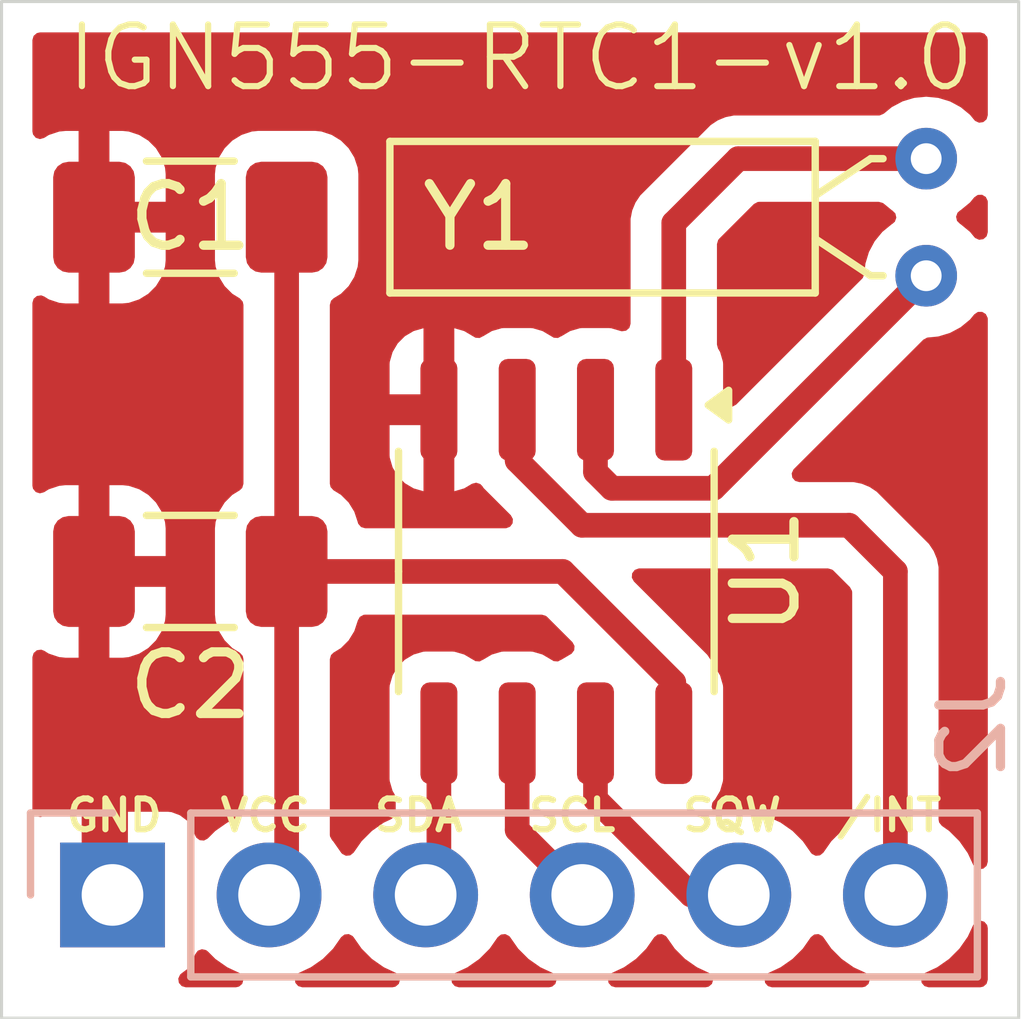
<source format=kicad_pcb>
(kicad_pcb (version 20240108) (generator "pcbnew") (generator_version "8.0")
  (layers (0 "F.Cu" signal) (31 "B.Cu" signal) (34 "B.Paste" user) (35 "F.Paste" user) (36 "B.SilkS" user "B.Silkscreen") (37 "F.SilkS" user "F.Silkscreen") (38 "B.Mask" user) (39 "F.Mask" user) (44 "Edge.Cuts" user))
  (net 0 "")
  (net 1 "{slash}INT")
  (net 2 "+5V")
  (net 3 "SCL")
  (net 4 "SDA")
  (net 5 "GND")
  (net 6 "SQW")
  (net 7 "Xin")
  (net 8 "Xout")
  (footprint "Crystal:Crystal_C26-LF_D2.1mm_L6.5mm_Horizontal" (layer "F.Cu") (at 155 46.05 -90)
    (property "Reference" "Y1" (at 0.95 7.25 0) (layer "F.SilkS"))
    (property "Value" "Crystal")
    (fp_line (start -0.28 8.7) (end 2.18 8.7) (stroke (width 0.12)) (layer "F.SilkS"))
    (fp_line (start 2.18 8.7) (end 2.18 1.8) (stroke (width 0.12)) (layer "F.SilkS"))
    (fp_line (start -0.28 1.8) (end -0.28 8.7) (stroke (width 0.12)) (layer "F.SilkS"))
    (fp_line (start 0.6 1.8) (end 0 0.9) (stroke (width 0.12)) (layer "F.SilkS"))
    (fp_line (start 1.3 1.8) (end 1.9 0.9) (stroke (width 0.12)) (layer "F.SilkS"))
    (fp_line (start 2.18 1.8) (end -0.28 1.8) (stroke (width 0.12)) (layer "F.SilkS"))
    (fp_line (start 0 0.9) (end 0 0.7) (stroke (width 0.12)) (layer "F.SilkS"))
    (fp_line (start 1.9 0.9) (end 1.9 0.7) (stroke (width 0.12)) (layer "F.SilkS"))
    (pad "1" thru_hole circle (at 0 0 270) (size 1 1) (drill 0.5) (layers "*.Cu" "*.Mask") (net 7 "Xin"))
    (pad "2" thru_hole circle (at 1.9 0 270) (size 1 1) (drill 0.5) (layers "*.Cu" "*.Mask") (net 8 "Xout"))
  )
  (footprint "Package_SO:SOP-8_3.9x4.9mm_P1.27mm" (layer "F.Cu") (at 149 52.75 -90)
    (property "Reference" "U1" (at 0 -3.4 90) (layer "F.SilkS"))
    (property "Value" "~")
    (fp_line (start 0 2.56) (end -1.95 2.56) (stroke (width 0.12)) (layer "F.SilkS"))
    (fp_line (start 0 2.56) (end 1.95 2.56) (stroke (width 0.12)) (layer "F.SilkS"))
    (fp_line (start 0 -2.56) (end -1.95 -2.56) (stroke (width 0.12)) (layer "F.SilkS"))
    (fp_line (start 0 -2.56) (end 1.95 -2.56) (stroke (width 0.12)) (layer "F.SilkS"))
    (fp_poly (pts (xy -2.7 -2.465) (xy -2.94 -2.795) (xy -2.46 -2.795) (xy -2.7 -2.465)) (stroke (width 0.12)) (fill solid) (layer "F.SilkS"))
    (pad "1" smd roundrect (at -2.625 -1.905 270) (size 1.65 0.6) (layers "F.Cu" "F.Paste" "F.Mask") (net 7 "Xin"))
    (pad "2" smd roundrect (at -2.625 -0.635 270) (size 1.65 0.6) (layers "F.Cu" "F.Paste" "F.Mask") (net 8 "Xout"))
    (pad "3" smd roundrect (at -2.625 0.635 270) (size 1.65 0.6) (layers "F.Cu" "F.Paste" "F.Mask") (net 1 "{slash}INT"))
    (pad "4" smd roundrect (at -2.625 1.905 270) (size 1.65 0.6) (layers "F.Cu" "F.Paste" "F.Mask") (net 5 "GND"))
    (pad "5" smd roundrect (at 2.625 1.905 270) (size 1.65 0.6) (layers "F.Cu" "F.Paste" "F.Mask") (net 4 "SDA"))
    (pad "6" smd roundrect (at 2.625 0.635 270) (size 1.65 0.6) (layers "F.Cu" "F.Paste" "F.Mask") (net 3 "SCL"))
    (pad "7" smd roundrect (at 2.625 -0.635 270) (size 1.65 0.6) (layers "F.Cu" "F.Paste" "F.Mask") (net 6 "SQW"))
    (pad "8" smd roundrect (at 2.625 -1.905 270) (size 1.65 0.6) (layers "F.Cu" "F.Paste" "F.Mask") (net 2 "+5V"))
  )
  (footprint "Capacitor_SMD:C_1206_3216Metric_Pad1.33x1.80mm_HandSolder" (layer "F.Cu") (at 143.0625 47 180)
    (property "Reference" "C1" (at 0 0 0) (layer "F.SilkS"))
    (property "Value" "100n")
    (fp_line (start -0.711252 0.91) (end 0.711252 0.91) (stroke (width 0.12)) (layer "F.SilkS"))
    (fp_line (start -0.711252 -0.91) (end 0.711252 -0.91) (stroke (width 0.12)) (layer "F.SilkS"))
    (pad "1" smd roundrect (at -1.5625 0 180) (size 1.325 1.8) (layers "F.Cu" "F.Paste" "F.Mask") (roundrect_rratio 0.188679) (net 2 "+5V"))
    (pad "2" smd roundrect (at 1.5625 0 180) (size 1.325 1.8) (layers "F.Cu" "F.Paste" "F.Mask") (roundrect_rratio 0.188679) (net 5 "GND"))
  )
  (footprint "Capacitor_SMD:C_1206_3216Metric_Pad1.33x1.80mm_HandSolder" (layer "F.Cu") (at 143.0625 52.75 180)
    (property "Reference" "C2" (at 0 -1.85 0) (layer "F.SilkS"))
    (property "Value" "10u")
    (fp_line (start -0.711252 0.91) (end 0.711252 0.91) (stroke (width 0.12)) (layer "F.SilkS"))
    (fp_line (start -0.711252 -0.91) (end 0.711252 -0.91) (stroke (width 0.12)) (layer "F.SilkS"))
    (pad "1" smd roundrect (at -1.5625 0 180) (size 1.325 1.8) (layers "F.Cu" "F.Paste" "F.Mask") (roundrect_rratio 0.188679) (net 2 "+5V"))
    (pad "2" smd roundrect (at 1.5625 0 180) (size 1.325 1.8) (layers "F.Cu" "F.Paste" "F.Mask") (roundrect_rratio 0.188679) (net 5 "GND"))
  )
  (footprint "Connector_PinHeader_2.54mm:PinHeader_1x06_P2.54mm_Vertical" (layer "B.Cu") (at 141.8 58 -90)
    (property "Reference" "J2" (at -2.75 -13.95 90) (layer "B.SilkS") (effects (justify mirror)))
    (property "Value" "Conn_01x06_Pin")
    (fp_line (start -1.33 1.33) (end -1.33 0) (stroke (width 0.12)) (layer "B.SilkS"))
    (fp_line (start 0 1.33) (end -1.33 1.33) (stroke (width 0.12)) (layer "B.SilkS"))
    (fp_line (start 1.33 -1.27) (end -1.33 -1.27) (stroke (width 0.12)) (layer "B.SilkS"))
    (fp_line (start -1.33 -14.03) (end -1.33 -1.27) (stroke (width 0.12)) (layer "B.SilkS"))
    (fp_line (start 1.33 -14.03) (end 1.33 -1.27) (stroke (width 0.12)) (layer "B.SilkS"))
    (fp_line (start 1.33 -14.03) (end -1.33 -14.03) (stroke (width 0.12)) (layer "B.SilkS"))
    (pad "1" thru_hole rect (at 0 0 270) (size 1.7 1.7) (drill 1) (layers "*.Cu" "*.Mask") (net 5 "GND"))
    (pad "2" thru_hole oval (at 0 -2.54 270) (size 1.7 1.7) (drill 1) (layers "*.Cu" "*.Mask") (net 2 "+5V"))
    (pad "3" thru_hole oval (at 0 -5.08 270) (size 1.7 1.7) (drill 1) (layers "*.Cu" "*.Mask") (net 4 "SDA"))
    (pad "4" thru_hole oval (at 0 -7.62 270) (size 1.7 1.7) (drill 1) (layers "*.Cu" "*.Mask") (net 3 "SCL"))
    (pad "5" thru_hole oval (at 0 -10.16 270) (size 1.7 1.7) (drill 1) (layers "*.Cu" "*.Mask") (net 6 "SQW"))
    (pad "6" thru_hole oval (at 0 -12.7 270) (size 1.7 1.7) (drill 1) (layers "*.Cu" "*.Mask") (net 1 "{slash}INT"))
  )
  (gr_rect (start 140 43.5) (end 156.5 60) (stroke (width 0.05)) (fill none) (layer "Edge.Cuts"))
  (gr_text "SCL\n" (at 148.5 57 0) (layer "F.SilkS") (effects (font (size 0.5 0.5) (thickness 0.1)) (justify left bottom)))
  (gr_text "IGN555-RTC1-v1.0\n" (at 141 45 0) (layer "F.SilkS") (effects (font (size 1 1) (thickness 0.1)) (justify left bottom)))
  (gr_text "GND\n" (at 141 57 0) (layer "F.SilkS") (effects (font (size 0.5 0.5) (thickness 0.1)) (justify left bottom)))
  (gr_text "/INT\n" (at 153.5 57 0) (layer "F.SilkS") (effects (font (size 0.5 0.5) (thickness 0.1)) (justify left bottom)))
  (gr_text "SQW\n" (at 151 57 0) (layer "F.SilkS") (effects (font (size 0.5 0.5) (thickness 0.1)) (justify left bottom)))
  (gr_text "SDA\n" (at 146 57 0) (layer "F.SilkS") (effects (font (size 0.5 0.5) (thickness 0.1)) (justify left bottom)))
  (gr_text "VCC\n" (at 143.5 57 0) (layer "F.SilkS") (effects (font (size 0.5 0.5) (thickness 0.1)) (justify left bottom)))
  (segment (start 154.5 52.75) (end 154.5 58) (width 0.4) (layer "F.Cu") (net 1))
  (segment (start 153.75 52) (end 154.5 52.75) (width 0.4) (layer "F.Cu") (net 1))
  (segment (start 148.365 50.125) (end 148.365 50.949999) (width 0.4) (layer "F.Cu") (net 1))
  (segment (start 148.365 50.949999) (end 149.415001 52) (width 0.4) (layer "F.Cu") (net 1))
  (segment (start 149.415001 52) (end 153.75 52) (width 0.4) (layer "F.Cu") (net 1))
  (segment (start 144.625 52.75) (end 149.104999 52.75) (width 0.4) (layer "F.Cu") (net 2))
  (segment (start 144.625 52.75) (end 144.625 47) (width 0.4) (layer "F.Cu") (net 2))
  (segment (start 144.625 52.75) (end 144.625 57.715) (width 0.4) (layer "F.Cu") (net 2))
  (segment (start 150.905 54.550001) (end 150.905 55.375) (width 0.4) (layer "F.Cu") (net 2))
  (segment (start 149.104999 52.75) (end 150.905 54.550001) (width 0.4) (layer "F.Cu") (net 2))
  (segment (start 144.625 57.715) (end 144.34 58) (width 0.4) (layer "F.Cu") (net 2))
  (segment (start 148.365 55.375) (end 148.365 56.945) (width 0.4) (layer "F.Cu") (net 3))
  (segment (start 148.365 56.945) (end 149.42 58) (width 0.4) (layer "F.Cu") (net 3))
  (segment (start 147.095 55.375) (end 147.095 57.785) (width 0.4) (layer "F.Cu") (net 4))
  (segment (start 147.095 57.785) (end 146.88 58) (width 0.4) (layer "F.Cu") (net 4))
  (segment (start 141.5 52.75) (end 141.5 57.7) (width 0.4) (layer "F.Cu") (net 5))
  (segment (start 141.5 57.7) (end 141.8 58) (width 0.4) (layer "F.Cu") (net 5))
  (segment (start 149.635 55.375) (end 149.635 56.447233) (width 0.4) (layer "F.Cu") (net 6))
  (segment (start 151.187767 58) (end 151.96 58) (width 0.4) (layer "F.Cu") (net 6))
  (segment (start 149.635 56.447233) (end 151.187767 58) (width 0.4) (layer "F.Cu") (net 6))
  (segment (start 150.905 50.125) (end 150.905 47.095) (width 0.4) (layer "F.Cu") (net 7))
  (segment (start 151.95 46.05) (end 155 46.05) (width 0.4) (layer "F.Cu") (net 7))
  (segment (start 150.905 47.095) (end 151.95 46.05) (width 0.4) (layer "F.Cu") (net 7))
  (segment (start 151.55 51.4) (end 155 47.95) (width 0.4) (layer "F.Cu") (net 8))
  (segment (start 149.9 51.4) (end 151.55 51.4) (width 0.4) (layer "F.Cu") (net 8))
  (segment (start 149.635 50.125) (end 149.635 51.135) (width 0.4) (layer "F.Cu") (net 8))
  (segment (start 149.635 51.135) (end 149.9 51.4) (width 0.4) (layer "F.Cu") (net 8))
  (zone (net 5) (net_name "GND") (layer "F.Cu") (connect_pads (clearance 0.5)) (min_thickness 0.25) (fill yes (thermal_gap 0.5) (thermal_bridge_width 0.5) (island_removal_mode 1) (island_area_min 10))
    (polygon (pts (xy 140 43.5) (xy 156.5 43.5) (xy 156.5 60) (xy 140 60)))
  )
)
</source>
